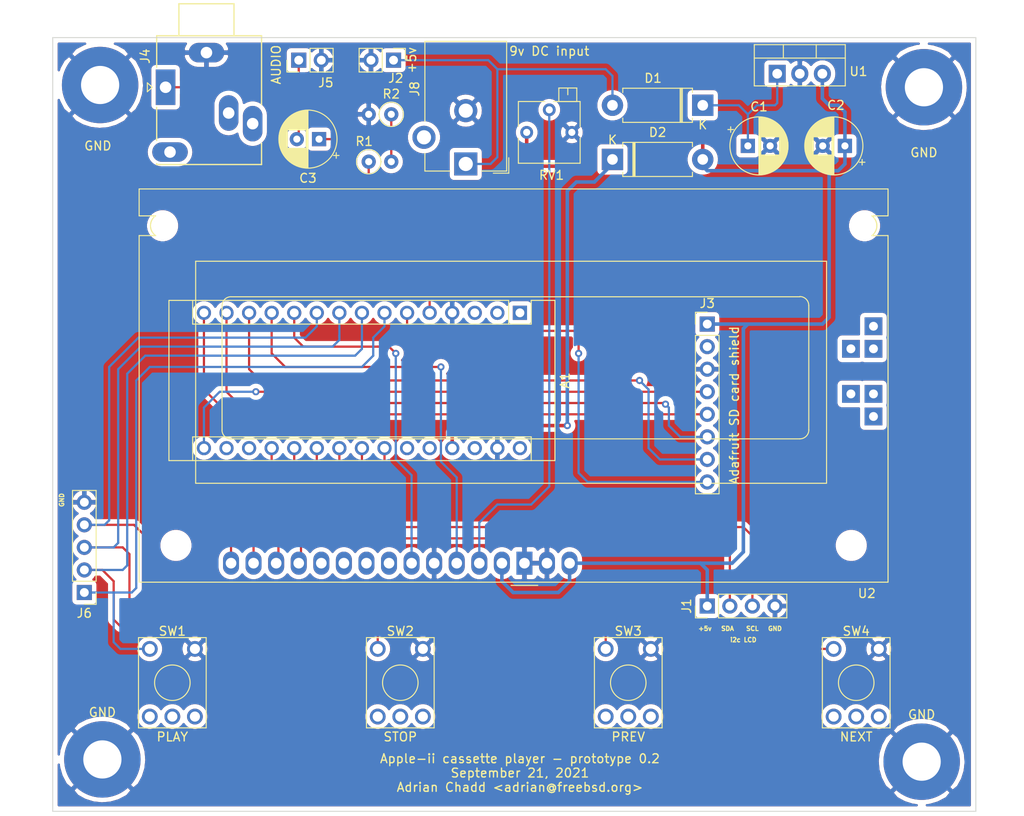
<source format=kicad_pcb>
(kicad_pcb (version 20171130) (host pcbnew 5.1.10)
  (layers (0 F.Cu signal) (31 B.Cu signal) (34 B.Paste user) (35 F.Paste user) (36 B.SilkS user) (37 F.SilkS user) (38 B.Mask user) (39 F.Mask user) (44 Edge.Cuts user))
  (net 0 "")
  (net 1 "Net-(A1-Pad1)")
  (net 2 "Net-(A1-Pad2)")
  (net 3 "Net-(A1-Pad3)")
  (net 4 LCD_A0)
  (net 5 GND)
  (net 6 LCD_A1)
  (net 7 NANO_AUDIO_OUTPUT)
  (net 8 LCD_A2)
  (net 9 SDCARD_CD)
  (net 10 LCD_A3)
  (net 11 BUTTON_PLAY)
  (net 12 LCD_I2C_SDA)
  (net 13 BUTTON_STOP)
  (net 14 LCD_I2C_SCL)
  (net 15 BUTTON_PREV)
  (net 16 BUTTON_NEXT)
  (net 17 LCD_D8)
  (net 18 "Net-(A1-Pad27)")
  (net 19 LCD_D9)
  (net 20 SDCARD_CS)
  (net 21 SDCARD_DI)
  (net 22 SDCARD_DO)
  (net 23 SDCARD_CLK)
  (net 24 "Net-(C1-Pad1)")
  (net 25 +5V)
  (net 26 "Net-(C3-Pad1)")
  (net 27 AUDIO_OUT)
  (net 28 "Net-(J3-Pad2)")
  (net 29 "Net-(J4-PadTN)")
  (net 30 "Net-(U2-Pad7)")
  (net 31 "Net-(U2-Pad8)")
  (net 32 "Net-(U2-Pad9)")
  (net 33 "Net-(U2-Pad10)")
  (net 34 "Net-(RV1-Pad2)")
  (net 35 +3V3)
  (net 36 "Net-(A1-Pad18)")
  (net 37 "Net-(A1-Pad25)")
  (net 38 "Net-(A1-Pad26)")
  (net 39 "Net-(A1-Pad28)")
  (net 40 "Net-(A1-Pad30)")
  (net 41 PWR_IN)
  (net 42 "Net-(J8-Pad3)")
  (net 43 "Net-(J4-PadRN)")
  (net 44 "Net-(J4-PadR)")
  (module Display:RC1602A (layer F.Cu) (at 65.786 84.582 180)
    (fp_text reference U2 (at -38.53 -3.41 180) (layer F.SilkS))
    (fp_text value "LCD 16x2")
    (pad 1 thru_hole rect (at 0 0) (size 1.8 2.6) (drill 1.2) (layers *.Cu *.Mask) (net 5 GND))
    (pad 2 thru_hole oval (at 2.54 0) (size 1.8 2.6) (drill 1.2) (layers *.Cu *.Mask) (net 25 +5V))
    (pad 3 thru_hole oval (at 5.08 0) (size 1.8 2.6) (drill 1.2) (layers *.Cu *.Mask) (net 34 "Net-(RV1-Pad2)"))
    (pad 4 thru_hole oval (at 7.62 0) (size 1.8 2.6) (drill 1.2) (layers *.Cu *.Mask) (net 19 LCD_D9))
    (pad 5 thru_hole oval (at 10.16 0) (size 1.8 2.6) (drill 1.2) (layers *.Cu *.Mask) (net 5 GND))
    (pad 6 thru_hole oval (at 12.7 0) (size 1.8 2.6) (drill 1.2) (layers *.Cu *.Mask) (net 17 LCD_D8))
    (pad 7 thru_hole oval (at 15.24 0) (size 1.8 2.6) (drill 1.2) (layers *.Cu *.Mask) (net 30 "Net-(U2-Pad7)"))
    (pad 8 thru_hole oval (at 17.78 0) (size 1.8 2.6) (drill 1.2) (layers *.Cu *.Mask) (net 31 "Net-(U2-Pad8)"))
    (pad 9 thru_hole oval (at 20.32 0) (size 1.8 2.6) (drill 1.2) (layers *.Cu *.Mask) (net 32 "Net-(U2-Pad9)"))
    (pad 10 thru_hole oval (at 22.86 0) (size 1.8 2.6) (drill 1.2) (layers *.Cu *.Mask) (net 33 "Net-(U2-Pad10)"))
    (pad 11 thru_hole oval (at 25.4 0) (size 1.8 2.6) (drill 1.2) (layers *.Cu *.Mask) (net 10 LCD_A3))
    (pad 12 thru_hole oval (at 27.94 0) (size 1.8 2.6) (drill 1.2) (layers *.Cu *.Mask) (net 8 LCD_A2))
    (pad 13 thru_hole oval (at 30.48508 0.00254) (size 1.8 2.6) (drill 1.2) (layers *.Cu *.Mask) (net 6 LCD_A1))
    (pad 14 thru_hole oval (at 33.02 0) (size 1.8 2.6) (drill 1.2) (layers *.Cu *.Mask) (net 4 LCD_A0))
    (pad 15 thru_hole oval (at -5.08 0) (size 1.8 2.6) (drill 1.2) (layers *.Cu *.Mask) (net 25 +5V))
    (pad 16 thru_hole oval (at -2.53492 0.00254) (size 1.8 2.6) (drill 1.2) (layers *.Cu *.Mask) (net 5 GND))
    (pad "" np_thru_hole circle (at 39.22 2) (size 2.5 2.5) (drill 2.5) (layers *.Cu *.Mask))
    (pad "" np_thru_hole circle (at 40.72 38) (size 2.5 2.5) (drill 2.5) (layers *.Cu *.Mask))
    (pad "" np_thru_hole circle (at -38.28 38) (size 2.5 2.5) (drill 2.5) (layers *.Cu *.Mask))
    (pad "" np_thru_hole circle (at -36.78 2) (size 2.5 2.5) (drill 2.5) (layers *.Cu *.Mask))
    (pad A1 thru_hole rect (at -39.28 26.68) (size 2 2) (drill 1) (layers *.Cu *.Mask))
    (pad A1 thru_hole rect (at -39.28 24.14) (size 2 2) (drill 1) (layers *.Cu *.Mask))
    (pad A1 thru_hole rect (at -36.74 24.14) (size 2 2) (drill 1) (layers *.Cu *.Mask))
    (pad K1 thru_hole rect (at -36.74 19.06) (size 2 2) (drill 1) (layers *.Cu *.Mask))
    (pad K1 thru_hole rect (at -39.28 19.06) (size 2 2) (drill 1) (layers *.Cu *.Mask))
    (pad K1 thru_hole rect (at -39.28 16.52) (size 2 2) (drill 1) (layers *.Cu *.Mask))
  )
  (module Connector_PinHeader_2.54mm:PinHeader_1x05_P2.54mm_Vertical (layer F.Cu) (at 16.256 87.884 180)
    (fp_text reference J6 (at 0 -2.33) (layer F.SilkS))
    (fp_text value BUTTONS)
    (pad 1 thru_hole rect (at 0 0 180) (size 1.7 1.7) (drill 1) (layers *.Cu *.Mask) (net 11 BUTTON_PLAY))
    (pad 2 thru_hole oval (at 0 2.54 180) (size 1.7 1.7) (drill 1) (layers *.Cu *.Mask) (net 13 BUTTON_STOP))
    (pad 3 thru_hole oval (at 0 5.08 180) (size 1.7 1.7) (drill 1) (layers *.Cu *.Mask) (net 15 BUTTON_PREV))
    (pad 4 thru_hole oval (at 0 7.62 180) (size 1.7 1.7) (drill 1) (layers *.Cu *.Mask) (net 16 BUTTON_NEXT))
    (pad 5 thru_hole oval (at 0 10.16 180) (size 1.7 1.7) (drill 1) (layers *.Cu *.Mask) (net 5 GND))
  )
  (module MountingHole:MountingHole_4.3mm_M4_Pad (layer F.Cu) (at 110.49 106.934)
    (fp_text reference GND (at 0 -5.3) (layer F.SilkS))
    (fp_text value MountingHole_4.3mm_M4_Pad)
    (pad 1 thru_hole circle (at 0 0) (size 8.6 8.6) (drill 4.3) (layers *.Cu *.Mask) (net 5 GND))
  )
  (module MountingHole:MountingHole_4.3mm_M4_Pad (layer F.Cu) (at 18.288 106.68)
    (fp_text reference GND (at 0 -5.3) (layer F.SilkS))
    (fp_text value MountingHole_4.3mm_M4_Pad)
    (pad 1 thru_hole circle (at 0 0) (size 8.6 8.6) (drill 4.3) (layers *.Cu *.Mask) (net 5 GND))
  )
  (module MountingHole:MountingHole_4.3mm_M4_Pad (layer F.Cu) (at 18.034 30.734)
    (fp_text reference GND (at -0.254 6.858) (layer F.SilkS))
    (fp_text value MountingHole_4.3mm_M4_Pad)
    (pad 1 thru_hole circle (at 0 0) (size 8.6 8.6) (drill 4.3) (layers *.Cu *.Mask) (net 5 GND))
  )
  (module MountingHole:MountingHole_4.3mm_M4_Pad (layer F.Cu) (at 110.744 30.988)
    (fp_text reference GND (at 0 7.366) (layer F.SilkS))
    (fp_text value MountingHole_4.3mm_M4_Pad)
    (pad 1 thru_hole circle (at 0 0) (size 8.6 8.6) (drill 4.3) (layers *.Cu *.Mask) (net 5 GND))
  )
  (module Connector_PinHeader_2.54mm:PinHeader_1x04_P2.54mm_Vertical (layer F.Cu) (at 86.36 89.408 90)
    (fp_text reference J1 (at 0 -2.33 90) (layer F.SilkS))
    (fp_text value LCD_I2C)
    (pad 1 thru_hole rect (at 0 0 90) (size 1.7 1.7) (drill 1) (layers *.Cu *.Mask) (net 25 +5V))
    (pad 2 thru_hole oval (at 0 2.54 90) (size 1.7 1.7) (drill 1) (layers *.Cu *.Mask) (net 12 LCD_I2C_SDA))
    (pad 3 thru_hole oval (at 0 5.08 90) (size 1.7 1.7) (drill 1) (layers *.Cu *.Mask) (net 14 LCD_I2C_SCL))
    (pad 4 thru_hole oval (at 0 7.62 90) (size 1.7 1.7) (drill 1) (layers *.Cu *.Mask) (net 5 GND))
  )
  (module Connector_PinHeader_2.54mm:PinHeader_1x02_P2.54mm_Vertical (layer F.Cu) (at 51.054 27.94 270)
    (fp_text reference J2 (at 2.032 -0.254 180) (layer F.SilkS))
    (fp_text value POWER)
    (pad 2 thru_hole oval (at 0 2.54 270) (size 1.7 1.7) (drill 1) (layers *.Cu *.Mask) (net 5 GND))
    (pad 1 thru_hole rect (at 0 0 270) (size 1.7 1.7) (drill 1) (layers *.Cu *.Mask) (net 41 PWR_IN))
  )
  (module Connector_PinHeader_2.54mm:PinHeader_1x08_P2.54mm_Vertical (layer F.Cu) (at 86.36 57.658)
    (fp_text reference J3 (at 0 -2.33) (layer F.SilkS))
    (fp_text value ADAFRUIT_SDCARD)
    (pad 1 thru_hole rect (at 0 0) (size 1.7 1.7) (drill 1) (layers *.Cu *.Mask) (net 25 +5V))
    (pad 2 thru_hole oval (at 0 2.54) (size 1.7 1.7) (drill 1) (layers *.Cu *.Mask) (net 28 "Net-(J3-Pad2)"))
    (pad 3 thru_hole oval (at 0 5.08) (size 1.7 1.7) (drill 1) (layers *.Cu *.Mask) (net 5 GND))
    (pad 4 thru_hole oval (at 0 7.62) (size 1.7 1.7) (drill 1) (layers *.Cu *.Mask) (net 23 SDCARD_CLK))
    (pad 5 thru_hole oval (at 0 10.16) (size 1.7 1.7) (drill 1) (layers *.Cu *.Mask) (net 22 SDCARD_DO))
    (pad 6 thru_hole oval (at 0 12.7) (size 1.7 1.7) (drill 1) (layers *.Cu *.Mask) (net 21 SDCARD_DI))
    (pad 7 thru_hole oval (at 0 15.24) (size 1.7 1.7) (drill 1) (layers *.Cu *.Mask) (net 20 SDCARD_CS))
    (pad 8 thru_hole oval (at 0 17.78) (size 1.7 1.7) (drill 1) (layers *.Cu *.Mask) (net 9 SDCARD_CD))
  )
  (module Connector_PinHeader_2.54mm:PinHeader_1x02_P2.54mm_Vertical (layer F.Cu) (at 40.386 27.94 90)
    (fp_text reference J5 (at -2.54 3.048 180) (layer F.SilkS))
    (fp_text value AUDIO)
    (pad 1 thru_hole rect (at 0 0 90) (size 1.7 1.7) (drill 1) (layers *.Cu *.Mask) (net 27 AUDIO_OUT))
    (pad 2 thru_hole oval (at 0 2.54 90) (size 1.7 1.7) (drill 1) (layers *.Cu *.Mask) (net 5 GND))
  )
  (module Resistor_THT:R_Axial_DIN0207_L6.3mm_D2.5mm_P2.54mm_Vertical (layer F.Cu) (at 48.26 39.37)
    (fp_text reference R1 (at -0.508 -2.286) (layer F.SilkS))
    (fp_text value 3.9K)
    (pad 1 thru_hole circle (at 0 0) (size 1.6 1.6) (drill 0.8) (layers *.Cu *.Mask) (net 7 NANO_AUDIO_OUTPUT))
    (pad 2 thru_hole oval (at 2.54 0) (size 1.6 1.6) (drill 0.8) (layers *.Cu *.Mask) (net 26 "Net-(C3-Pad1)"))
  )
  (module Resistor_THT:R_Axial_DIN0207_L6.3mm_D2.5mm_P2.54mm_Vertical (layer F.Cu) (at 50.8 34.036 180)
    (fp_text reference R2 (at 0 2.286) (layer F.SilkS))
    (fp_text value 1K)
    (pad 2 thru_hole oval (at 2.54 0 180) (size 1.6 1.6) (drill 0.8) (layers *.Cu *.Mask) (net 5 GND))
    (pad 1 thru_hole circle (at 0 0 180) (size 1.6 1.6) (drill 0.8) (layers *.Cu *.Mask) (net 26 "Net-(C3-Pad1)"))
  )
  (module Button_Switch_THT:KSA_Tactile_SPST (layer F.Cu) (at 23.622 94.234)
    (fp_text reference SW1 (at 2.54 -2) (layer F.SilkS))
    (fp_text value PLAY)
    (pad 1 thru_hole circle (at 0 0) (size 1.778 1.778) (drill 1.143) (layers *.Cu *.Mask) (net 11 BUTTON_PLAY))
    (pad 2 thru_hole circle (at 5.08 0) (size 1.778 1.778) (drill 1.143) (layers *.Cu *.Mask) (net 5 GND))
    (pad 3 thru_hole circle (at 5.08 7.62) (size 1.778 1.778) (drill 1.143) (layers *.Cu *.Mask))
    (pad 4 thru_hole circle (at 2.54 7.62) (size 1.778 1.778) (drill 1.143) (layers *.Cu *.Mask))
    (pad 5 thru_hole circle (at 0 7.62) (size 1.778 1.778) (drill 1.143) (layers *.Cu *.Mask))
  )
  (module Button_Switch_THT:KSA_Tactile_SPST (layer F.Cu) (at 49.276 94.234)
    (fp_text reference SW2 (at 2.54 -2) (layer F.SilkS))
    (fp_text value STOP)
    (pad 5 thru_hole circle (at 0 7.62) (size 1.778 1.778) (drill 1.143) (layers *.Cu *.Mask))
    (pad 4 thru_hole circle (at 2.54 7.62) (size 1.778 1.778) (drill 1.143) (layers *.Cu *.Mask))
    (pad 3 thru_hole circle (at 5.08 7.62) (size 1.778 1.778) (drill 1.143) (layers *.Cu *.Mask))
    (pad 2 thru_hole circle (at 5.08 0) (size 1.778 1.778) (drill 1.143) (layers *.Cu *.Mask) (net 5 GND))
    (pad 1 thru_hole circle (at 0 0) (size 1.778 1.778) (drill 1.143) (layers *.Cu *.Mask) (net 13 BUTTON_STOP))
  )
  (module Button_Switch_THT:KSA_Tactile_SPST (layer F.Cu) (at 74.93 94.234)
    (fp_text reference SW3 (at 2.54 -2) (layer F.SilkS))
    (fp_text value PREV)
    (pad 1 thru_hole circle (at 0 0) (size 1.778 1.778) (drill 1.143) (layers *.Cu *.Mask) (net 15 BUTTON_PREV))
    (pad 2 thru_hole circle (at 5.08 0) (size 1.778 1.778) (drill 1.143) (layers *.Cu *.Mask) (net 5 GND))
    (pad 3 thru_hole circle (at 5.08 7.62) (size 1.778 1.778) (drill 1.143) (layers *.Cu *.Mask))
    (pad 4 thru_hole circle (at 2.54 7.62) (size 1.778 1.778) (drill 1.143) (layers *.Cu *.Mask))
    (pad 5 thru_hole circle (at 0 7.62) (size 1.778 1.778) (drill 1.143) (layers *.Cu *.Mask))
  )
  (module Button_Switch_THT:KSA_Tactile_SPST (layer F.Cu) (at 100.584 94.234)
    (fp_text reference SW4 (at 2.54 -2) (layer F.SilkS))
    (fp_text value NEXT)
    (pad 5 thru_hole circle (at 0 7.62) (size 1.778 1.778) (drill 1.143) (layers *.Cu *.Mask))
    (pad 4 thru_hole circle (at 2.54 7.62) (size 1.778 1.778) (drill 1.143) (layers *.Cu *.Mask))
    (pad 3 thru_hole circle (at 5.08 7.62) (size 1.778 1.778) (drill 1.143) (layers *.Cu *.Mask))
    (pad 2 thru_hole circle (at 5.08 0) (size 1.778 1.778) (drill 1.143) (layers *.Cu *.Mask) (net 5 GND))
    (pad 1 thru_hole circle (at 0 0) (size 1.778 1.778) (drill 1.143) (layers *.Cu *.Mask) (net 16 BUTTON_NEXT))
  )
  (module Package_TO_SOT_THT:TO-220-3_Vertical (layer F.Cu) (at 94.234 29.464)
    (fp_text reference U1 (at 9.144 -0.254) (layer F.SilkS))
    (fp_text value LM7805_TO220)
    (pad 1 thru_hole rect (at 0 0) (size 1.905 2) (drill 1.1) (layers *.Cu *.Mask) (net 24 "Net-(C1-Pad1)"))
    (pad 2 thru_hole oval (at 2.54 0) (size 1.905 2) (drill 1.1) (layers *.Cu *.Mask) (net 5 GND))
    (pad 3 thru_hole oval (at 5.08 0) (size 1.905 2) (drill 1.1) (layers *.Cu *.Mask) (net 25 +5V))
  )
  (module Potentiometer_THT:Potentiometer_Bourns_3266P_Horizontal (layer F.Cu) (at 71.12 36.068 270)
    (fp_text reference RV1 (at 4.826 2.286 180) (layer F.SilkS))
    (fp_text value 10k)
    (pad 1 thru_hole circle (at 0 0 270) (size 1.44 1.44) (drill 0.8) (layers *.Cu *.Mask) (net 5 GND))
    (pad 2 thru_hole circle (at -2.54 2.54 270) (size 1.44 1.44) (drill 0.8) (layers *.Cu *.Mask) (net 34 "Net-(RV1-Pad2)"))
    (pad 3 thru_hole circle (at 0 5.08 270) (size 1.44 1.44) (drill 0.8) (layers *.Cu *.Mask) (net 25 +5V))
  )
  (module Diode_THT:D_DO-15_P10.16mm_Horizontal (layer F.Cu) (at 85.852 33.02 180)
    (fp_text reference D1 (at 5.588 3.048) (layer F.SilkS))
    (fp_text value 1n4001)
    (fp_text user K (at 0 -2.2) (layer F.SilkS))
    (pad 2 thru_hole oval (at 10.16 0 180) (size 2.4 2.4) (drill 1.2) (layers *.Cu *.Mask) (net 41 PWR_IN))
    (pad 1 thru_hole rect (at 0 0 180) (size 2.4 2.4) (drill 1.2) (layers *.Cu *.Mask) (net 24 "Net-(C1-Pad1)"))
  )
  (module Diode_THT:D_DO-15_P10.16mm_Horizontal (layer F.Cu) (at 75.692 39.116)
    (fp_text reference D2 (at 5.08 -3.048) (layer F.SilkS))
    (fp_text value 1n4001)
    (fp_text user K (at 0 -2.2) (layer F.SilkS))
    (pad 1 thru_hole rect (at 0 0) (size 2.4 2.4) (drill 1.2) (layers *.Cu *.Mask) (net 18 "Net-(A1-Pad27)"))
    (pad 2 thru_hole oval (at 10.16 0) (size 2.4 2.4) (drill 1.2) (layers *.Cu *.Mask) (net 25 +5V))
  )
  (module Capacitor_THT:CP_Radial_D6.3mm_P2.50mm (layer F.Cu) (at 90.932 37.592)
    (fp_text reference C1 (at 1.25 -4.4) (layer F.SilkS))
    (fp_text value 10uF)
    (pad 2 thru_hole circle (at 2.5 0) (size 1.6 1.6) (drill 0.8) (layers *.Cu *.Mask) (net 5 GND))
    (pad 1 thru_hole rect (at 0 0) (size 1.6 1.6) (drill 0.8) (layers *.Cu *.Mask) (net 24 "Net-(C1-Pad1)"))
  )
  (module Capacitor_THT:CP_Radial_D6.3mm_P2.50mm (layer F.Cu) (at 101.854 37.592 180)
    (fp_text reference C2 (at 1.016 4.572) (layer F.SilkS))
    (fp_text value 10uF)
    (pad 1 thru_hole rect (at 0 0 180) (size 1.6 1.6) (drill 0.8) (layers *.Cu *.Mask) (net 25 +5V))
    (pad 2 thru_hole circle (at 2.5 0 180) (size 1.6 1.6) (drill 0.8) (layers *.Cu *.Mask) (net 5 GND))
  )
  (module Capacitor_THT:CP_Radial_D6.3mm_P2.50mm (layer F.Cu) (at 42.672 36.83 180)
    (fp_text reference C3 (at 1.25 -4.4) (layer F.SilkS))
    (fp_text value 1uF)
    (pad 1 thru_hole rect (at 0 0 180) (size 1.6 1.6) (drill 0.8) (layers *.Cu *.Mask) (net 26 "Net-(C3-Pad1)"))
    (pad 2 thru_hole circle (at 2.5 0 180) (size 1.6 1.6) (drill 0.8) (layers *.Cu *.Mask) (net 27 AUDIO_OUT))
  )
  (module Module:Arduino_Nano (layer F.Cu) (at 65.278 56.388 270)
    (fp_text reference A1 (at 7.62 -5.08 90) (layer F.SilkS))
    (fp_text value Arduino_Nano_v2.x)
    (pad 1 thru_hole rect (at 0 0 270) (size 1.6 1.6) (drill 1) (layers *.Cu *.Mask) (net 1 "Net-(A1-Pad1)"))
    (pad 17 thru_hole oval (at 15.24 33.02 270) (size 1.6 1.6) (drill 1) (layers *.Cu *.Mask) (net 35 +3V3))
    (pad 2 thru_hole oval (at 0 2.54 270) (size 1.6 1.6) (drill 1) (layers *.Cu *.Mask) (net 2 "Net-(A1-Pad2)"))
    (pad 18 thru_hole oval (at 15.24 30.48 270) (size 1.6 1.6) (drill 1) (layers *.Cu *.Mask) (net 36 "Net-(A1-Pad18)"))
    (pad 3 thru_hole oval (at 0 5.08 270) (size 1.6 1.6) (drill 1) (layers *.Cu *.Mask) (net 3 "Net-(A1-Pad3)"))
    (pad 19 thru_hole oval (at 15.24 27.94 270) (size 1.6 1.6) (drill 1) (layers *.Cu *.Mask) (net 4 LCD_A0))
    (pad 4 thru_hole oval (at 0 7.62 270) (size 1.6 1.6) (drill 1) (layers *.Cu *.Mask) (net 5 GND))
    (pad 20 thru_hole oval (at 15.24 25.4 270) (size 1.6 1.6) (drill 1) (layers *.Cu *.Mask) (net 6 LCD_A1))
    (pad 5 thru_hole oval (at 0 10.16 270) (size 1.6 1.6) (drill 1) (layers *.Cu *.Mask) (net 7 NANO_AUDIO_OUTPUT))
    (pad 21 thru_hole oval (at 15.24 22.86 270) (size 1.6 1.6) (drill 1) (layers *.Cu *.Mask) (net 8 LCD_A2))
    (pad 6 thru_hole oval (at 0 12.7 270) (size 1.6 1.6) (drill 1) (layers *.Cu *.Mask) (net 9 SDCARD_CD))
    (pad 22 thru_hole oval (at 15.24 20.32 270) (size 1.6 1.6) (drill 1) (layers *.Cu *.Mask) (net 10 LCD_A3))
    (pad 7 thru_hole oval (at 0 15.24 270) (size 1.6 1.6) (drill 1) (layers *.Cu *.Mask) (net 11 BUTTON_PLAY))
    (pad 23 thru_hole oval (at 15.24 17.78 270) (size 1.6 1.6) (drill 1) (layers *.Cu *.Mask) (net 12 LCD_I2C_SDA))
    (pad 8 thru_hole oval (at 0 17.78 270) (size 1.6 1.6) (drill 1) (layers *.Cu *.Mask) (net 13 BUTTON_STOP))
    (pad 24 thru_hole oval (at 15.24 15.24 270) (size 1.6 1.6) (drill 1) (layers *.Cu *.Mask) (net 14 LCD_I2C_SCL))
    (pad 9 thru_hole oval (at 0 20.32 270) (size 1.6 1.6) (drill 1) (layers *.Cu *.Mask) (net 15 BUTTON_PREV))
    (pad 25 thru_hole oval (at 15.24 12.7 270) (size 1.6 1.6) (drill 1) (layers *.Cu *.Mask) (net 37 "Net-(A1-Pad25)"))
    (pad 10 thru_hole oval (at 0 22.86 270) (size 1.6 1.6) (drill 1) (layers *.Cu *.Mask) (net 16 BUTTON_NEXT))
    (pad 26 thru_hole oval (at 15.24 10.16 270) (size 1.6 1.6) (drill 1) (layers *.Cu *.Mask) (net 38 "Net-(A1-Pad26)"))
    (pad 11 thru_hole oval (at 0 25.4 270) (size 1.6 1.6) (drill 1) (layers *.Cu *.Mask) (net 17 LCD_D8))
    (pad 27 thru_hole oval (at 15.24 7.62 270) (size 1.6 1.6) (drill 1) (layers *.Cu *.Mask) (net 18 "Net-(A1-Pad27)"))
    (pad 12 thru_hole oval (at 0 27.94 270) (size 1.6 1.6) (drill 1) (layers *.Cu *.Mask) (net 19 LCD_D9))
    (pad 28 thru_hole oval (at 15.24 5.08 270) (size 1.6 1.6) (drill 1) (layers *.Cu *.Mask) (net 39 "Net-(A1-Pad28)"))
    (pad 13 thru_hole oval (at 0 30.48 270) (size 1.6 1.6) (drill 1) (layers *.Cu *.Mask) (net 20 SDCARD_CS))
    (pad 29 thru_hole oval (at 15.24 2.54 270) (size 1.6 1.6) (drill 1) (layers *.Cu *.Mask) (net 5 GND))
    (pad 14 thru_hole oval (at 0 33.02 270) (size 1.6 1.6) (drill 1) (layers *.Cu *.Mask) (net 21 SDCARD_DI))
    (pad 30 thru_hole oval (at 15.24 0 270) (size 1.6 1.6) (drill 1) (layers *.Cu *.Mask) (net 40 "Net-(A1-Pad30)"))
    (pad 15 thru_hole oval (at 0 35.56 270) (size 1.6 1.6) (drill 1) (layers *.Cu *.Mask) (net 22 SDCARD_DO))
    (pad 16 thru_hole oval (at 15.24 35.56 270) (size 1.6 1.6) (drill 1) (layers *.Cu *.Mask) (net 23 SDCARD_CLK))
  )
  (module Connector_BarrelJack:BarrelJack_CUI_PJ-102AH_Horizontal (layer F.Cu) (at 59.182 39.624 180)
    (fp_text reference J8 (at 5.75 8.45 90) (layer F.SilkS))
    (fp_text value "DC Input")
    (pad 1 thru_hole rect (at 0 0 180) (size 2.6 2.6) (drill 1.6) (layers *.Cu *.Mask) (net 41 PWR_IN))
    (pad 2 thru_hole circle (at 0 6 180) (size 2.6 2.6) (drill 1.6) (layers *.Cu *.Mask) (net 5 GND))
    (pad 3 thru_hole circle (at 4.7 3 180) (size 2.6 2.6) (drill 1.6) (layers *.Cu *.Mask) (net 42 "Net-(J8-Pad3)"))
  )
  (module Connector_Audio:Jack_3.5mm_Ledino_KB3SPRS_Horizontal (layer F.Cu) (at 25.4 30.988 270)
    (fp_text reference J4 (at -3.5 2.3 90) (layer F.SilkS))
    (fp_text value AUDIO)
    (pad T thru_hole rect (at 0 0 270) (size 4 2.2) (drill 1.3) (layers *.Cu *.Mask) (net 27 AUDIO_OUT))
    (pad TN thru_hole oval (at 7.3 -0.5) (size 4 2.2) (drill 1.3) (layers *.Cu *.Mask) (net 29 "Net-(J4-PadTN)"))
    (pad RN thru_hole oval (at 2.9 -7.1 270) (size 4 2.2) (drill 1.3) (layers *.Cu *.Mask) (net 43 "Net-(J4-PadRN)"))
    (pad R thru_hole oval (at 4.1 -9.8 270) (size 4 2.2) (drill 1.3) (layers *.Cu *.Mask) (net 44 "Net-(J4-PadR)"))
    (pad S thru_hole oval (at -3.9 -4.6 270) (size 2.2 4) (drill 1.3) (layers *.Cu *.Mask) (net 5 GND))
  )
  (gr_text "Adafruit SD card shield\n" (at 89.408 66.802 90) (layer F.SilkS) (effects (font (size 1 1))))
  (gr_text "9v DC input" (at 68.58 26.924) (layer F.SilkS) (effects (font (size 1 1))))
  (gr_text "i2c LCD" (at 90.424 93.218) (layer F.SilkS) (effects (font (size 0.5 0.5) (thickness 0.125))))
  (gr_text GND (at 13.716 77.47 90) (layer F.SilkS) (effects (font (size 0.5 0.5) (thickness 0.125))))
  (gr_text +5v (at 86.106 91.948) (layer F.SilkS) (effects (font (size 0.5 0.5) (thickness 0.125))))
  (gr_text GND (at 93.98 91.948) (layer F.SilkS) (effects (font (size 0.5 0.5) (thickness 0.125))))
  (gr_text SCL (at 91.44 91.948) (layer F.SilkS) (effects (font (size 0.5 0.5) (thickness 0.125))))
  (gr_text "SDA\n" (at 88.646 91.948) (layer F.SilkS) (effects (font (size 0.5 0.5) (thickness 0.125))))
  (gr_text AUDIO (at 37.846 28.448 90) (layer F.SilkS) (effects (font (size 1 1))))
  (gr_text +5v (at 53.086 27.94 90) (layer F.SilkS) (effects (font (size 1 1))))
  (gr_text "Apple-ii cassette player - prototype 0.2\nSeptember 21, 2021\nAdrian Chadd <adrian@freebsd.org>" (at 65.278 108.204) (layer F.SilkS) (effects (font (size 1 1))))
  (gr_text NEXT (at 103.124 104.14) (layer F.SilkS) (effects (font (size 1 1))))
  (gr_text PREV (at 77.47 104.14) (layer F.SilkS) (effects (font (size 1 1))))
  (gr_text STOP (at 51.816 104.14) (layer F.SilkS) (effects (font (size 1 1))))
  (gr_text PLAY (at 26.162 104.14) (layer F.SilkS) (effects (font (size 1 1))))
  (gr_line (start 116.586 25.4) (end 116.586 112.522) (layer Edge.Cuts) (width 0.1))
  (gr_line (start 12.7 25.4) (end 116.586 25.4) (layer Edge.Cuts) (width 0.1))
  (gr_line (start 12.7 112.522) (end 12.7 25.4) (layer Edge.Cuts) (width 0.1))
  (gr_line (start 116.586 112.522) (end 12.7 112.522) (layer Edge.Cuts) (width 0.1))
  (segment (start 37.338 71.628) (end 37.338 74.168) (width 0.25) (layer F.Cu) (net 4))
  (segment (start 32.766 78.74) (end 32.766 84.582) (width 0.25) (layer F.Cu) (net 4))
  (segment (start 37.338 74.168) (end 32.766 78.74) (width 0.25) (layer F.Cu) (net 4))
  (segment (start 35.30092 79.25308) (end 35.30092 84.57946) (width 0.25) (layer F.Cu) (net 6))
  (segment (start 39.878 74.676) (end 35.30092 79.25308) (width 0.25) (layer F.Cu) (net 6))
  (segment (start 39.878 71.628) (end 39.878 74.676) (width 0.25) (layer F.Cu) (net 6))
  (segment (start 55.118 56.388) (end 55.118 43.434) (width 0.25) (layer F.Cu) (net 7))
  (segment (start 55.118 43.434) (end 54.356 42.672) (width 0.25) (layer F.Cu) (net 7))
  (segment (start 54.356 42.672) (end 49.022 42.672) (width 0.25) (layer F.Cu) (net 7))
  (segment (start 48.26 41.91) (end 48.26 39.37) (width 0.25) (layer F.Cu) (net 7))
  (segment (start 49.022 42.672) (end 48.26 41.91) (width 0.25) (layer F.Cu) (net 7))
  (segment (start 42.418 71.628) (end 42.418 74.676) (width 0.25) (layer F.Cu) (net 8))
  (segment (start 42.418 74.676) (end 38.1 78.994) (width 0.25) (layer F.Cu) (net 8))
  (segment (start 38.1 84.328) (end 37.846 84.582) (width 0.25) (layer F.Cu) (net 8))
  (segment (start 38.1 78.994) (end 38.1 84.328) (width 0.25) (layer F.Cu) (net 8))
  (segment (start 86.36 75.438) (end 72.898 75.438) (width 0.25) (layer B.Cu) (net 9))
  (segment (start 72.898 75.438) (end 71.882 74.422) (width 0.25) (layer B.Cu) (net 9))
  (segment (start 71.882 60.96) (end 71.882 60.96) (width 0.25) (layer B.Cu) (net 9))
  (via (at 71.882 60.96) (size 0.8) (drill 0.4) (layers F.Cu B.Cu) (net 9))
  (segment (start 52.578 56.388) (end 52.578 57.658) (width 0.25) (layer F.Cu) (net 9))
  (segment (start 52.578 57.658) (end 53.34 58.42) (width 0.25) (layer F.Cu) (net 9))
  (segment (start 53.34 58.42) (end 71.374 58.42) (width 0.25) (layer F.Cu) (net 9))
  (segment (start 71.882 58.928) (end 71.882 60.96) (width 0.25) (layer F.Cu) (net 9))
  (segment (start 71.374 58.42) (end 71.882 58.928) (width 0.25) (layer F.Cu) (net 9))
  (segment (start 71.882 74.422) (end 71.882 60.96) (width 0.25) (layer B.Cu) (net 9))
  (segment (start 44.958 71.628) (end 44.958 75.184) (width 0.25) (layer F.Cu) (net 10))
  (segment (start 44.958 75.184) (end 40.64 79.502) (width 0.25) (layer F.Cu) (net 10))
  (segment (start 40.64 84.328) (end 40.386 84.582) (width 0.25) (layer F.Cu) (net 10))
  (segment (start 40.64 79.502) (end 40.64 84.328) (width 0.25) (layer F.Cu) (net 10))
  (segment (start 47.498 62.484) (end 48.768 61.214) (width 0.25) (layer B.Cu) (net 11))
  (segment (start 48.768 61.214) (end 48.768 59.182) (width 0.25) (layer B.Cu) (net 11))
  (segment (start 23.622 62.484) (end 47.498 62.484) (width 0.25) (layer B.Cu) (net 11))
  (segment (start 50.038 57.912) (end 50.038 56.388) (width 0.25) (layer B.Cu) (net 11))
  (segment (start 22.098 87.376) (end 22.098 64.008) (width 0.25) (layer B.Cu) (net 11))
  (segment (start 22.098 64.008) (end 23.622 62.484) (width 0.25) (layer B.Cu) (net 11))
  (segment (start 48.768 59.182) (end 50.038 57.912) (width 0.25) (layer B.Cu) (net 11))
  (segment (start 21.59 87.884) (end 22.098 87.376) (width 0.25) (layer B.Cu) (net 11))
  (segment (start 20.32 94.234) (end 19.558 93.472) (width 0.25) (layer B.Cu) (net 11))
  (segment (start 23.622 94.234) (end 20.32 94.234) (width 0.25) (layer B.Cu) (net 11))
  (segment (start 19.558 87.884) (end 21.59 87.884) (width 0.25) (layer B.Cu) (net 11))
  (segment (start 19.558 93.472) (end 19.558 87.884) (width 0.25) (layer B.Cu) (net 11))
  (segment (start 16.256 87.884) (end 19.558 87.884) (width 0.25) (layer B.Cu) (net 11))
  (segment (start 47.498 71.628) (end 47.498 80.01) (width 0.25) (layer F.Cu) (net 12))
  (segment (start 47.498 80.01) (end 49.276 81.788) (width 0.25) (layer F.Cu) (net 12))
  (segment (start 49.276 81.788) (end 88.138 81.788) (width 0.25) (layer F.Cu) (net 12))
  (segment (start 88.9 82.55) (end 88.9 89.408) (width 0.25) (layer F.Cu) (net 12))
  (segment (start 88.138 81.788) (end 88.9 82.55) (width 0.25) (layer F.Cu) (net 12))
  (segment (start 49.276 92.71) (end 49.276 94.234) (width 0.25) (layer F.Cu) (net 13))
  (segment (start 20.32 91.694) (end 48.26 91.694) (width 0.25) (layer F.Cu) (net 13))
  (segment (start 18.288 85.344) (end 19.558 86.614) (width 0.25) (layer F.Cu) (net 13))
  (segment (start 19.558 90.932) (end 20.32 91.694) (width 0.25) (layer F.Cu) (net 13))
  (segment (start 48.26 91.694) (end 49.276 92.71) (width 0.25) (layer F.Cu) (net 13))
  (segment (start 19.558 86.614) (end 19.558 90.932) (width 0.25) (layer F.Cu) (net 13))
  (segment (start 16.256 85.344) (end 18.288 85.344) (width 0.25) (layer F.Cu) (net 13))
  (segment (start 47.498 56.388) (end 47.498 60.452) (width 0.25) (layer B.Cu) (net 13))
  (segment (start 47.498 60.452) (end 46.736 61.214) (width 0.25) (layer B.Cu) (net 13))
  (segment (start 46.736 61.214) (end 23.114 61.214) (width 0.25) (layer B.Cu) (net 13))
  (segment (start 23.114 61.214) (end 21.082 63.246) (width 0.25) (layer B.Cu) (net 13))
  (segment (start 21.082 63.246) (end 21.082 84.836) (width 0.25) (layer B.Cu) (net 13))
  (segment (start 20.574 85.344) (end 16.256 85.344) (width 0.25) (layer B.Cu) (net 13))
  (segment (start 21.082 84.836) (end 20.574 85.344) (width 0.25) (layer B.Cu) (net 13))
  (segment (start 50.038 71.628) (end 50.038 79.248) (width 0.25) (layer F.Cu) (net 14))
  (segment (start 50.038 79.248) (end 51.308 80.518) (width 0.25) (layer F.Cu) (net 14))
  (segment (start 51.308 80.518) (end 90.424 80.518) (width 0.25) (layer F.Cu) (net 14))
  (segment (start 91.44 81.534) (end 91.44 89.408) (width 0.25) (layer F.Cu) (net 14))
  (segment (start 90.424 80.518) (end 91.44 81.534) (width 0.25) (layer F.Cu) (net 14))
  (segment (start 74.93 91.186) (end 74.168 90.424) (width 0.25) (layer F.Cu) (net 15))
  (segment (start 74.93 94.234) (end 74.93 91.186) (width 0.25) (layer F.Cu) (net 15))
  (segment (start 30.48 90.424) (end 22.098 90.424) (width 0.25) (layer F.Cu) (net 15))
  (segment (start 74.168 90.424) (end 30.48 90.424) (width 0.25) (layer F.Cu) (net 15))
  (segment (start 30.48 90.424) (end 30.226 90.424) (width 0.25) (layer F.Cu) (net 15))
  (segment (start 22.098 90.424) (end 21.336 89.662) (width 0.25) (layer F.Cu) (net 15))
  (segment (start 21.336 89.662) (end 21.336 83.566) (width 0.25) (layer F.Cu) (net 15))
  (segment (start 20.574 82.804) (end 16.256 82.804) (width 0.25) (layer F.Cu) (net 15))
  (segment (start 21.336 83.566) (end 20.574 82.804) (width 0.25) (layer F.Cu) (net 15))
  (segment (start 16.256 82.804) (end 19.05 82.804) (width 0.25) (layer B.Cu) (net 15))
  (segment (start 19.05 82.804) (end 19.558 82.804) (width 0.25) (layer B.Cu) (net 15))
  (segment (start 19.558 82.804) (end 20.066 82.296) (width 0.25) (layer B.Cu) (net 15))
  (segment (start 20.066 82.296) (end 20.066 62.738) (width 0.25) (layer B.Cu) (net 15))
  (segment (start 20.066 62.738) (end 22.606 60.198) (width 0.25) (layer B.Cu) (net 15))
  (segment (start 40.894 60.198) (end 44.196 60.198) (width 0.25) (layer B.Cu) (net 15))
  (segment (start 22.606 60.198) (end 40.894 60.198) (width 0.25) (layer B.Cu) (net 15))
  (segment (start 40.894 60.198) (end 41.148 60.198) (width 0.25) (layer B.Cu) (net 15))
  (segment (start 44.196 60.198) (end 44.958 59.436) (width 0.25) (layer B.Cu) (net 15))
  (segment (start 44.958 59.436) (end 44.958 58.928) (width 0.25) (layer B.Cu) (net 15))
  (segment (start 44.958 58.928) (end 44.958 59.182) (width 0.25) (layer B.Cu) (net 15))
  (segment (start 44.958 56.388) (end 44.958 58.928) (width 0.25) (layer B.Cu) (net 15))
  (segment (start 18.542 80.264) (end 16.256 80.264) (width 0.25) (layer B.Cu) (net 16))
  (segment (start 19.05 79.756) (end 18.542 80.264) (width 0.25) (layer B.Cu) (net 16))
  (segment (start 19.05 62.484) (end 19.05 79.756) (width 0.25) (layer B.Cu) (net 16))
  (segment (start 22.352 59.182) (end 19.05 62.484) (width 0.25) (layer B.Cu) (net 16))
  (segment (start 42.418 56.388) (end 42.418 57.912) (width 0.25) (layer B.Cu) (net 16))
  (segment (start 41.148 59.182) (end 22.352 59.182) (width 0.25) (layer B.Cu) (net 16))
  (segment (start 42.418 57.912) (end 41.148 59.182) (width 0.25) (layer B.Cu) (net 16))
  (segment (start 100.584 94.234) (end 84.582 94.234) (width 0.25) (layer F.Cu) (net 16))
  (segment (start 84.582 94.234) (end 79.756 89.408) (width 0.25) (layer F.Cu) (net 16))
  (segment (start 79.756 89.408) (end 41.656 89.408) (width 0.25) (layer F.Cu) (net 16))
  (segment (start 39.878 89.408) (end 39.116 89.408) (width 0.25) (layer F.Cu) (net 16))
  (segment (start 41.656 89.408) (end 39.878 89.408) (width 0.25) (layer F.Cu) (net 16))
  (segment (start 22.86 81.28) (end 21.844 80.264) (width 0.25) (layer F.Cu) (net 16))
  (segment (start 22.86 88.392) (end 22.86 81.28) (width 0.25) (layer F.Cu) (net 16))
  (segment (start 21.844 80.264) (end 16.256 80.264) (width 0.25) (layer F.Cu) (net 16))
  (segment (start 23.876 89.408) (end 22.86 88.392) (width 0.25) (layer F.Cu) (net 16))
  (segment (start 39.878 89.408) (end 23.876 89.408) (width 0.25) (layer F.Cu) (net 16))
  (segment (start 39.878 56.388) (end 39.878 58.166) (width 0.25) (layer F.Cu) (net 17))
  (segment (start 39.878 58.166) (end 39.878 59.182) (width 0.25) (layer F.Cu) (net 17))
  (segment (start 39.878 59.182) (end 40.894 60.198) (width 0.25) (layer F.Cu) (net 17))
  (segment (start 40.894 60.198) (end 49.276 60.198) (width 0.25) (layer F.Cu) (net 17))
  (segment (start 49.276 60.198) (end 50.546 60.198) (width 0.25) (layer F.Cu) (net 17))
  (segment (start 50.546 60.198) (end 51.308 60.96) (width 0.25) (layer F.Cu) (net 17))
  (segment (start 51.308 60.96) (end 51.308 60.96) (width 0.25) (layer F.Cu) (net 17))
  (via (at 51.308 60.96) (size 0.8) (drill 0.4) (layers F.Cu B.Cu) (net 17))
  (segment (start 53.086 74.676) (end 53.086 84.582) (width 0.25) (layer B.Cu) (net 17))
  (segment (start 51.308 72.898) (end 53.086 74.676) (width 0.25) (layer B.Cu) (net 17))
  (segment (start 51.308 60.96) (end 51.308 72.898) (width 0.25) (layer B.Cu) (net 17))
  (segment (start 75.692 39.116) (end 75.692 39.624) (width 0.4) (layer B.Cu) (net 18))
  (segment (start 75.692 39.624) (end 73.66 41.656) (width 0.4) (layer B.Cu) (net 18))
  (segment (start 73.66 41.656) (end 71.628 41.656) (width 0.4) (layer B.Cu) (net 18))
  (segment (start 71.628 41.656) (end 70.612 42.672) (width 0.4) (layer B.Cu) (net 18))
  (segment (start 70.612 42.672) (end 70.612 69.088) (width 0.4) (layer B.Cu) (net 18))
  (segment (start 70.612 69.088) (end 70.612 69.088) (width 0.4) (layer B.Cu) (net 18))
  (via (at 70.612 69.088) (size 0.8) (drill 0.4) (layers F.Cu B.Cu) (net 18))
  (segment (start 70.612 69.088) (end 58.42 69.088) (width 0.4) (layer F.Cu) (net 18))
  (segment (start 57.658 69.85) (end 57.658 71.628) (width 0.4) (layer F.Cu) (net 18))
  (segment (start 58.42 69.088) (end 57.658 69.85) (width 0.4) (layer F.Cu) (net 18))
  (segment (start 58.166 84.582) (end 58.166 74.93) (width 0.25) (layer B.Cu) (net 19))
  (segment (start 58.166 74.93) (end 56.388 73.152) (width 0.25) (layer B.Cu) (net 19))
  (segment (start 37.338 56.388) (end 37.338 60.96) (width 0.25) (layer F.Cu) (net 19))
  (segment (start 37.338 60.96) (end 38.862 62.484) (width 0.25) (layer F.Cu) (net 19))
  (segment (start 38.862 62.484) (end 56.388 62.484) (width 0.25) (layer F.Cu) (net 19))
  (segment (start 56.388 62.484) (end 56.388 62.484) (width 0.25) (layer F.Cu) (net 19))
  (via (at 56.388 62.484) (size 0.8) (drill 0.4) (layers F.Cu B.Cu) (net 19))
  (segment (start 56.388 69.342) (end 56.388 69.088) (width 0.25) (layer B.Cu) (net 19))
  (segment (start 56.388 62.484) (end 56.388 69.342) (width 0.25) (layer B.Cu) (net 19))
  (segment (start 56.388 73.152) (end 56.388 69.342) (width 0.25) (layer B.Cu) (net 19))
  (segment (start 34.798 56.388) (end 34.798 62.738) (width 0.25) (layer F.Cu) (net 20))
  (segment (start 34.798 62.738) (end 36.068 64.008) (width 0.25) (layer F.Cu) (net 20))
  (segment (start 73.152 64.008) (end 73.152 64.008) (width 0.25) (layer F.Cu) (net 20))
  (segment (start 86.36 72.898) (end 82.55 72.898) (width 0.25) (layer B.Cu) (net 20))
  (segment (start 82.55 72.898) (end 81.026 72.898) (width 0.25) (layer B.Cu) (net 20))
  (segment (start 81.026 72.898) (end 79.756 71.628) (width 0.25) (layer B.Cu) (net 20))
  (segment (start 79.756 71.628) (end 79.756 65.024) (width 0.25) (layer B.Cu) (net 20))
  (segment (start 79.756 65.024) (end 78.74 64.008) (width 0.25) (layer B.Cu) (net 20))
  (segment (start 78.74 64.008) (end 78.74 64.008) (width 0.25) (layer B.Cu) (net 20))
  (via (at 78.74 64.008) (size 0.8) (drill 0.4) (layers F.Cu B.Cu) (net 20))
  (segment (start 78.74 64.008) (end 72.644 64.008) (width 0.25) (layer F.Cu) (net 20))
  (segment (start 72.644 64.008) (end 73.152 64.008) (width 0.25) (layer F.Cu) (net 20))
  (segment (start 36.068 64.008) (end 72.644 64.008) (width 0.25) (layer F.Cu) (net 20))
  (segment (start 75.438 66.548) (end 75.438 66.548) (width 0.25) (layer F.Cu) (net 21))
  (segment (start 86.36 70.358) (end 83.312 70.358) (width 0.25) (layer B.Cu) (net 21))
  (segment (start 83.312 70.358) (end 82.296 69.342) (width 0.25) (layer B.Cu) (net 21))
  (segment (start 82.296 69.342) (end 82.042 69.088) (width 0.25) (layer B.Cu) (net 21))
  (segment (start 82.042 69.088) (end 82.042 67.056) (width 0.25) (layer B.Cu) (net 21))
  (segment (start 82.042 67.056) (end 81.661 66.675) (width 0.25) (layer B.Cu) (net 21))
  (segment (start 81.661 66.675) (end 81.534 66.548) (width 0.25) (layer B.Cu) (net 21))
  (via (at 81.661 66.675) (size 0.8) (drill 0.4) (layers F.Cu B.Cu) (net 21))
  (segment (start 33.528 66.548) (end 81.534 66.548) (width 0.25) (layer F.Cu) (net 21))
  (segment (start 81.534 66.548) (end 81.661 66.675) (width 0.25) (layer F.Cu) (net 21))
  (segment (start 32.258 65.278) (end 33.528 66.548) (width 0.25) (layer F.Cu) (net 21))
  (segment (start 32.258 56.388) (end 32.258 65.278) (width 0.25) (layer F.Cu) (net 21))
  (segment (start 29.718 56.388) (end 29.718 65.024) (width 0.25) (layer F.Cu) (net 22))
  (segment (start 32.512 67.818) (end 86.36 67.818) (width 0.25) (layer F.Cu) (net 22))
  (segment (start 29.718 65.024) (end 32.512 67.818) (width 0.25) (layer F.Cu) (net 22))
  (segment (start 86.36 65.278) (end 35.56 65.278) (width 0.25) (layer F.Cu) (net 23))
  (segment (start 35.56 65.278) (end 35.56 65.278) (width 0.25) (layer F.Cu) (net 23))
  (via (at 35.56 65.278) (size 0.8) (drill 0.4) (layers F.Cu B.Cu) (net 23))
  (segment (start 35.56 65.278) (end 31.496 65.278) (width 0.25) (layer B.Cu) (net 23))
  (segment (start 29.718 67.056) (end 29.718 71.628) (width 0.25) (layer B.Cu) (net 23))
  (segment (start 31.496 65.278) (end 29.718 67.056) (width 0.25) (layer B.Cu) (net 23))
  (segment (start 85.852 33.02) (end 89.916 33.02) (width 0.25) (layer B.Cu) (net 24))
  (segment (start 90.932 34.036) (end 90.932 37.592) (width 0.25) (layer B.Cu) (net 24))
  (segment (start 89.916 33.02) (end 90.932 34.036) (width 0.25) (layer B.Cu) (net 24))
  (segment (start 94.234 32.766) (end 94.234 29.464) (width 0.25) (layer B.Cu) (net 24))
  (segment (start 93.98 33.02) (end 94.234 32.766) (width 0.25) (layer B.Cu) (net 24))
  (segment (start 91.948 33.02) (end 93.98 33.02) (width 0.25) (layer B.Cu) (net 24))
  (segment (start 90.932 34.036) (end 91.948 33.02) (width 0.25) (layer B.Cu) (net 24))
  (segment (start 72.136 39.878) (end 66.04 39.878) (width 0.4) (layer F.Cu) (net 25))
  (segment (start 72.898 39.116) (end 72.136 39.878) (width 0.4) (layer F.Cu) (net 25))
  (segment (start 66.04 36.068) (end 66.04 39.878) (width 0.4) (layer F.Cu) (net 25))
  (segment (start 72.898 37.338) (end 72.898 39.116) (width 0.4) (layer F.Cu) (net 25))
  (segment (start 73.914 36.322) (end 72.898 37.338) (width 0.4) (layer F.Cu) (net 25))
  (segment (start 85.852 37.084) (end 85.09 36.322) (width 0.4) (layer F.Cu) (net 25))
  (segment (start 85.09 36.322) (end 73.914 36.322) (width 0.4) (layer F.Cu) (net 25))
  (segment (start 85.852 39.116) (end 85.852 37.084) (width 0.4) (layer F.Cu) (net 25))
  (segment (start 86.36 40.386) (end 100.076 40.386) (width 0.4) (layer B.Cu) (net 25))
  (segment (start 100.076 40.386) (end 101.092 40.386) (width 0.4) (layer B.Cu) (net 25))
  (segment (start 101.092 33.02) (end 101.854 33.782) (width 0.4) (layer B.Cu) (net 25))
  (segment (start 101.854 33.782) (end 101.854 37.592) (width 0.4) (layer B.Cu) (net 25))
  (segment (start 100.076 33.02) (end 101.092 33.02) (width 0.4) (layer B.Cu) (net 25))
  (segment (start 99.314 32.258) (end 100.076 33.02) (width 0.4) (layer B.Cu) (net 25))
  (segment (start 99.314 29.464) (end 99.314 32.258) (width 0.4) (layer B.Cu) (net 25))
  (segment (start 101.092 40.386) (end 101.854 39.624) (width 0.4) (layer B.Cu) (net 25))
  (segment (start 101.854 39.624) (end 101.854 37.592) (width 0.4) (layer B.Cu) (net 25))
  (segment (start 85.852 39.878) (end 86.36 40.386) (width 0.4) (layer B.Cu) (net 25))
  (segment (start 85.852 39.116) (end 85.852 39.878) (width 0.4) (layer B.Cu) (net 25))
  (segment (start 100.076 56.896) (end 100.076 40.386) (width 0.4) (layer B.Cu) (net 25))
  (segment (start 91.44 57.658) (end 99.314 57.658) (width 0.4) (layer B.Cu) (net 25))
  (segment (start 99.314 57.658) (end 100.076 56.896) (width 0.4) (layer B.Cu) (net 25))
  (segment (start 70.866 84.582) (end 85.598 84.582) (width 0.4) (layer B.Cu) (net 25))
  (segment (start 86.36 85.344) (end 86.36 89.408) (width 0.4) (layer B.Cu) (net 25))
  (segment (start 85.598 84.582) (end 86.36 85.344) (width 0.4) (layer B.Cu) (net 25))
  (segment (start 85.598 84.582) (end 89.154 84.582) (width 0.4) (layer B.Cu) (net 25))
  (segment (start 89.154 84.582) (end 90.424 83.312) (width 0.4) (layer B.Cu) (net 25))
  (segment (start 90.424 58.166) (end 90.932 57.658) (width 0.4) (layer B.Cu) (net 25))
  (segment (start 90.424 83.312) (end 90.424 58.166) (width 0.4) (layer B.Cu) (net 25))
  (segment (start 90.932 57.658) (end 91.44 57.658) (width 0.4) (layer B.Cu) (net 25))
  (segment (start 86.36 57.658) (end 90.932 57.658) (width 0.4) (layer B.Cu) (net 25))
  (segment (start 70.866 84.582) (end 70.866 86.614) (width 0.4) (layer B.Cu) (net 25))
  (segment (start 70.866 86.614) (end 69.596 87.884) (width 0.4) (layer B.Cu) (net 25))
  (segment (start 69.596 87.884) (end 64.516 87.884) (width 0.4) (layer B.Cu) (net 25))
  (segment (start 63.246 86.614) (end 64.516 87.884) (width 0.4) (layer B.Cu) (net 25))
  (segment (start 63.246 84.582) (end 63.246 86.614) (width 0.4) (layer B.Cu) (net 25))
  (segment (start 42.672 36.83) (end 50.8 36.83) (width 0.25) (layer F.Cu) (net 26))
  (segment (start 50.8 36.83) (end 50.8 38.608) (width 0.25) (layer F.Cu) (net 26))
  (segment (start 50.8 34.036) (end 50.8 36.83) (width 0.25) (layer F.Cu) (net 26))
  (segment (start 40.386 36.616) (end 40.172 36.83) (width 0.25) (layer F.Cu) (net 27))
  (segment (start 40.386 32.004) (end 40.386 36.616) (width 0.25) (layer F.Cu) (net 27))
  (segment (start 40.386 31.242) (end 40.386 32.004) (width 0.25) (layer F.Cu) (net 27))
  (segment (start 25.4 30.988) (end 27.178 30.988) (width 0.25) (layer F.Cu) (net 27))
  (segment (start 27.178 30.988) (end 40.386 30.988) (width 0.25) (layer F.Cu) (net 27))
  (segment (start 40.386 30.988) (end 40.386 31.242) (width 0.25) (layer F.Cu) (net 27))
  (segment (start 40.386 27.94) (end 40.386 30.988) (width 0.25) (layer F.Cu) (net 27))
  (segment (start 68.58 33.528) (end 68.58 75.946) (width 0.25) (layer B.Cu) (net 34))
  (segment (start 68.58 75.946) (end 66.548 77.978) (width 0.25) (layer B.Cu) (net 34))
  (segment (start 66.548 77.978) (end 62.738 77.978) (width 0.25) (layer B.Cu) (net 34))
  (segment (start 60.706 80.01) (end 60.706 84.582) (width 0.25) (layer B.Cu) (net 34))
  (segment (start 62.738 77.978) (end 60.706 80.01) (width 0.25) (layer B.Cu) (net 34))
  (segment (start 51.054 27.94) (end 61.722 27.94) (width 0.25) (layer B.Cu) (net 41))
  (segment (start 61.722 27.94) (end 62.738 28.956) (width 0.25) (layer B.Cu) (net 41))
  (segment (start 62.738 28.956) (end 62.738 38.862) (width 0.25) (layer B.Cu) (net 41))
  (segment (start 61.976 39.624) (end 59.182 39.624) (width 0.25) (layer B.Cu) (net 41))
  (segment (start 62.738 38.862) (end 61.976 39.624) (width 0.25) (layer B.Cu) (net 41))
  (segment (start 62.738 28.956) (end 74.93 28.956) (width 0.25) (layer B.Cu) (net 41))
  (segment (start 75.692 29.718) (end 75.692 33.02) (width 0.25) (layer B.Cu) (net 41))
  (segment (start 74.93 28.956) (end 75.692 29.718) (width 0.25) (layer B.Cu) (net 41))
  (zone (net 5) (net_name GND) (layer B.Cu) (connect_pads (clearance 0.508)) (min_thickness 0.254) (fill yes (arc_segments 32) (thermal_gap 0.508) (thermal_bridge_width 0.508))
    (polygon (pts (xy 116.586 112.522) (xy 12.7 112.522) (xy 12.7 25.4) (xy 116.586 25.4)))
  )
  (zone (net 5) (net_name GND) (layer F.Cu) (connect_pads (clearance 0.508)) (min_thickness 0.254) (fill yes (arc_segments 32) (thermal_gap 0.508) (thermal_bridge_width 0.508))
    (polygon (pts (xy 116.586 112.522) (xy 12.7 112.522) (xy 12.7 25.4) (xy 116.586 25.4)))
  )
)
</source>
